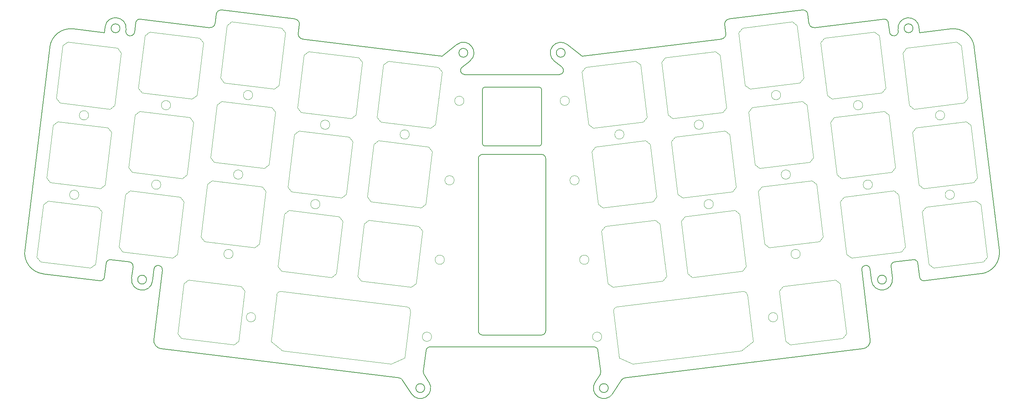
<source format=gm1>
G04 #@! TF.GenerationSoftware,KiCad,Pcbnew,7.0.10-7.0.10~ubuntu23.04.1*
G04 #@! TF.CreationDate,2024-02-06T18:49:26+00:00*
G04 #@! TF.ProjectId,le_capybara_plate,6c655f63-6170-4796-9261-72615f706c61,v0.1*
G04 #@! TF.SameCoordinates,PX8bd8a70PY50733a9*
G04 #@! TF.FileFunction,Profile,NP*
%FSLAX46Y46*%
G04 Gerber Fmt 4.6, Leading zero omitted, Abs format (unit mm)*
G04 Created by KiCad (PCBNEW 7.0.10-7.0.10~ubuntu23.04.1) date 2024-02-06 18:49:26*
%MOMM*%
%LPD*%
G01*
G04 APERTURE LIST*
G04 #@! TA.AperFunction,Profile*
%ADD10C,0.200000*%
G04 #@! TD*
G04 #@! TA.AperFunction,Profile*
%ADD11C,0.050000*%
G04 #@! TD*
G04 APERTURE END LIST*
D10*
X77682917Y-58995632D02*
X95052477Y-61128345D01*
X130002631Y-69966074D02*
X133525011Y-67208887D01*
X243493502Y-122541636D02*
G75*
G03*
X244607885Y-123412317I992598J121936D01*
G01*
X173443954Y-146544944D02*
X230025537Y-139597600D01*
X153139472Y-91358057D02*
X140139472Y-91358057D01*
X50197233Y-119273574D02*
X49795467Y-122545699D01*
X30863549Y-116191113D02*
G75*
G03*
X35216943Y-121763192I4962551J-609487D01*
G01*
X136609867Y-71143852D02*
G75*
G03*
X133525011Y-67208887I-1542467J1967452D01*
G01*
X166363422Y-147599714D02*
G75*
G03*
X170552210Y-150329837I2094378J-1365086D01*
G01*
X136117430Y-69176357D02*
G75*
G03*
X134017430Y-69176357I-1050000J0D01*
G01*
X134017430Y-69176357D02*
G75*
G03*
X136117430Y-69176357I1050000J0D01*
G01*
X51311653Y-118402862D02*
G75*
G03*
X50197234Y-119273574I-121953J-992438D01*
G01*
X61558128Y-120668517D02*
X61215624Y-123457990D01*
X122736741Y-150333918D02*
X120560880Y-146995520D01*
X55746721Y-65124164D02*
X55826748Y-65133990D01*
X258071990Y-121759108D02*
G75*
G03*
X262425377Y-116187055I-609190J4962608D01*
G01*
X96097289Y-62465643D02*
X95839839Y-64562398D01*
X230025536Y-139597589D02*
G75*
G03*
X231766889Y-137368768I-243736J1985089D01*
G01*
X127205790Y-139149902D02*
X166082638Y-139146364D01*
X243493469Y-122541640D02*
X243091703Y-119269515D01*
X54876034Y-64009747D02*
G75*
G03*
X55746721Y-65124163I992566J-121853D01*
G01*
X61522046Y-137372827D02*
X63543155Y-120912212D01*
X56595463Y-120059178D02*
G75*
G03*
X55724720Y-118944754I-992663J121778D01*
G01*
X56252893Y-122848643D02*
X56595397Y-120059170D01*
X217200710Y-62133147D02*
G75*
G03*
X218538067Y-63177949I1191290J146547D01*
G01*
X63263399Y-139601659D02*
X119844982Y-146549003D01*
X243356838Y-63035489D02*
G75*
G03*
X238368964Y-63647923I-2493938J-306211D01*
G01*
X232073312Y-123453931D02*
X231730808Y-120664458D01*
X74750870Y-63182004D02*
G75*
G03*
X76088171Y-62137199I146130J1191204D01*
G01*
X196404283Y-65895631D02*
G75*
G03*
X197449097Y-64558339I-146083J1190931D01*
G01*
X232073347Y-123453927D02*
G75*
G03*
X237036042Y-122844584I2481353J304627D01*
G01*
X140139472Y-77358057D02*
X153139472Y-77358057D01*
X95839848Y-64562399D02*
G75*
G03*
X96884652Y-65899695I1190852J-146401D01*
G01*
X134779321Y-72573626D02*
G75*
G03*
X135394999Y-74361699I615579J-788074D01*
G01*
X96097284Y-62465642D02*
G75*
G03*
X95052475Y-61128345I-1191184J146142D01*
G01*
X256488493Y-67835015D02*
X262425377Y-116187055D01*
X159271506Y-69172298D02*
G75*
G03*
X157171506Y-69172298I-1050000J0D01*
G01*
X157171506Y-69172298D02*
G75*
G03*
X159271506Y-69172298I1050000J0D01*
G01*
X154640692Y-94348132D02*
X154640691Y-135348130D01*
X135394999Y-74361699D02*
X157895290Y-74358473D01*
X243523049Y-64389422D02*
X250916415Y-63481631D01*
X153640692Y-136348133D02*
X139640692Y-136348133D01*
X136609849Y-71143829D02*
X134779303Y-72573604D01*
X54919971Y-63651982D02*
G75*
G03*
X49932129Y-63039552I-2493921J306212D01*
G01*
X218538067Y-63177950D02*
X234959918Y-61161600D01*
X56252895Y-122848643D02*
G75*
G03*
X61215624Y-123457990I2481365J-304667D01*
G01*
X161709203Y-68729846D02*
X163286305Y-69962015D01*
X42372521Y-63485690D02*
X49765887Y-64393481D01*
X58329012Y-61165708D02*
G75*
G03*
X57214603Y-62036336I-121912J-992492D01*
G01*
X127205790Y-139149882D02*
G75*
G03*
X126214751Y-140017014I110J-1000018D01*
G01*
X237564220Y-118940724D02*
G75*
G03*
X236693540Y-120055111I121780J-992476D01*
G01*
X159763925Y-67204825D02*
X161709203Y-68729846D01*
X42372519Y-63485705D02*
G75*
G03*
X36800443Y-67839074I-609219J-4962895D01*
G01*
X138640767Y-135348132D02*
G75*
G03*
X139640692Y-136348133I1000233J232D01*
G01*
X197449097Y-64558339D02*
X197191647Y-62461584D01*
X236693539Y-120055111D02*
X237036043Y-122844584D01*
X235604679Y-123149257D02*
G75*
G03*
X233504677Y-123149257I-1050001J0D01*
G01*
X233504677Y-123149257D02*
G75*
G03*
X235604679Y-123149257I1050001J0D01*
G01*
X58329018Y-61165659D02*
X74750869Y-63182009D01*
X153639543Y-77858057D02*
G75*
G03*
X153139472Y-77358057I-500043J-43D01*
G01*
X258071993Y-121759133D02*
X244607885Y-123412317D01*
X236074307Y-62032280D02*
G75*
G03*
X234959918Y-61161601I-992507J-121820D01*
G01*
X172728056Y-146991461D02*
X170552195Y-150329859D01*
X153639472Y-77858057D02*
X153639472Y-90858057D01*
X48681051Y-123416373D02*
G75*
G03*
X49795467Y-122545699I121849J992573D01*
G01*
X55826750Y-65133972D02*
G75*
G03*
X56941164Y-64263313I121850J992572D01*
G01*
X167073850Y-140013399D02*
X167747194Y-145032513D01*
X236347789Y-64259252D02*
G75*
G03*
X237462188Y-65129931I992611J121952D01*
G01*
X139640692Y-93348132D02*
X153640692Y-93348132D01*
X167073852Y-140013399D02*
G75*
G03*
X166082638Y-139146364I-991152J-133001D01*
G01*
X198236459Y-61124286D02*
X215606019Y-58991573D01*
X125881141Y-148968822D02*
G75*
G03*
X123781139Y-148968822I-1050001J0D01*
G01*
X123781139Y-148968822D02*
G75*
G03*
X125881141Y-148968822I1050001J0D01*
G01*
X241912885Y-63341708D02*
G75*
G03*
X239812885Y-63341708I-1050000J0D01*
G01*
X239812885Y-63341708D02*
G75*
G03*
X241912885Y-63341708I1050000J0D01*
G01*
X238368963Y-63647923D02*
X238412891Y-64005689D01*
X236074334Y-62032277D02*
X236347772Y-64259254D01*
X139640692Y-93348092D02*
G75*
G03*
X138640692Y-94348132I8J-1000008D01*
G01*
X256488543Y-67835009D02*
G75*
G03*
X250916415Y-63481632I-4962843J-609491D01*
G01*
X122736732Y-150333891D02*
G75*
G03*
X126925554Y-147603747I2094438J1365031D01*
G01*
X96884652Y-65899696D02*
X130002631Y-69966074D01*
X163286305Y-69962015D02*
X196404284Y-65895637D01*
X153139472Y-91358072D02*
G75*
G03*
X153639472Y-90858057I28J499972D01*
G01*
X243091677Y-119269518D02*
G75*
G03*
X241977287Y-118398839I-992477J-121782D01*
G01*
X154640668Y-94348132D02*
G75*
G03*
X153640692Y-93348132I-999968J32D01*
G01*
X166363381Y-147599689D02*
X167593882Y-145711350D01*
X159763919Y-67204835D02*
G75*
G03*
X156679087Y-71139770I-1542419J-1967465D01*
G01*
X139639472Y-90858057D02*
X139639472Y-77858057D01*
X157895290Y-74358488D02*
G75*
G03*
X158510700Y-72570378I-90J999988D01*
G01*
X169507797Y-148964763D02*
G75*
G03*
X167407795Y-148964763I-1050001J0D01*
G01*
X167407795Y-148964763D02*
G75*
G03*
X169507797Y-148964763I1050001J0D01*
G01*
X48681051Y-123416376D02*
X35216943Y-121763192D01*
X237564216Y-118940695D02*
X241977287Y-118398838D01*
X51311649Y-118402897D02*
X55724720Y-118944754D01*
X125541773Y-145036576D02*
G75*
G03*
X125695054Y-145715409I991127J-132924D01*
G01*
X125695054Y-145715409D02*
X126925555Y-147603748D01*
X54876045Y-64009748D02*
X54919973Y-63651982D01*
X173443957Y-146544965D02*
G75*
G03*
X172728057Y-146991461I121843J-992535D01*
G01*
X216943315Y-60036384D02*
X217200764Y-62133140D01*
X231730816Y-120664421D02*
G75*
G03*
X229745781Y-120908153I-992516J-121879D01*
G01*
X243522605Y-64385805D02*
X243356807Y-63035493D01*
X167593876Y-145711346D02*
G75*
G03*
X167747194Y-145032513I-837776J545946D01*
G01*
X61522050Y-137372828D02*
G75*
G03*
X63263399Y-139601659I1985050J-243772D01*
G01*
X138640692Y-135348132D02*
X138640692Y-94348132D01*
X198236459Y-61124267D02*
G75*
G03*
X197191648Y-62461584I146341J-1191133D01*
G01*
X237462188Y-65129931D02*
X237542215Y-65120105D01*
X76088172Y-62137199D02*
X76345621Y-60040443D01*
X59784259Y-123153316D02*
G75*
G03*
X57684257Y-123153316I-1050001J0D01*
G01*
X57684257Y-123153316D02*
G75*
G03*
X59784259Y-123153316I1050001J0D01*
G01*
X125541742Y-145036572D02*
X126214750Y-140017014D01*
X56941164Y-64263313D02*
X57214602Y-62036336D01*
X120560891Y-146995513D02*
G75*
G03*
X119844982Y-146549003I-837791J-546087D01*
G01*
X158510700Y-72570378D02*
X156679087Y-71139770D01*
X139639543Y-90858057D02*
G75*
G03*
X140139472Y-91358057I499957J-43D01*
G01*
X53476051Y-63345767D02*
G75*
G03*
X51376051Y-63345767I-1050000J0D01*
G01*
X51376051Y-63345767D02*
G75*
G03*
X53476051Y-63345767I1050000J0D01*
G01*
X153640692Y-136348191D02*
G75*
G03*
X154640691Y-135348130I-92J1000091D01*
G01*
X140139472Y-77358072D02*
G75*
G03*
X139639472Y-77858057I28J-500028D01*
G01*
X30863559Y-116191114D02*
X36800443Y-67839074D01*
X49932129Y-63039552D02*
X49766331Y-64389864D01*
X216943396Y-60036375D02*
G75*
G03*
X215606019Y-58991574I-1191196J-146425D01*
G01*
X237542212Y-65120078D02*
G75*
G03*
X238412891Y-64005689I-121912J992578D01*
G01*
X229745781Y-120908153D02*
X231766890Y-137368768D01*
X63543082Y-120912203D02*
G75*
G03*
X61558132Y-120668481I-992482J121803D01*
G01*
X77682925Y-58995569D02*
G75*
G03*
X76345622Y-60040444I-146025J-1191331D01*
G01*
D11*
X199603329Y-106673651D02*
X187692775Y-108136083D01*
X199603329Y-106673651D02*
X200717744Y-107544328D01*
X186822098Y-109250499D02*
X187692775Y-108136083D01*
X186822098Y-109250499D02*
X188357652Y-121756580D01*
X202253298Y-120050409D02*
X200717744Y-107544328D01*
X188357652Y-121756580D02*
X189472067Y-122627257D01*
X201382621Y-121164825D02*
X202253298Y-120050409D01*
X189472067Y-122627257D02*
X201382621Y-121164825D01*
X167960803Y-136750673D02*
G75*
G03*
X165760803Y-136750673I-1100000J0D01*
G01*
X165760803Y-136750673D02*
G75*
G03*
X167960803Y-136750673I1100000J0D01*
G01*
X217930931Y-99625039D02*
X206020377Y-101087471D01*
X217930931Y-99625039D02*
X219045346Y-100495716D01*
X205149700Y-102201887D02*
X206020377Y-101087471D01*
X205149700Y-102201887D02*
X206685254Y-114707968D01*
X220580900Y-113001797D02*
X219045346Y-100495716D01*
X206685254Y-114707968D02*
X207799669Y-115578645D01*
X219710223Y-114116213D02*
X220580900Y-113001797D01*
X207799669Y-115578645D02*
X219710223Y-114116213D01*
X115447549Y-85670428D02*
X127358103Y-87132860D01*
X115447549Y-85670428D02*
X114576872Y-84556012D01*
X128472518Y-86262183D02*
X127358103Y-87132860D01*
X128472518Y-86262183D02*
X130008072Y-73756102D01*
X116112426Y-72049931D02*
X114576872Y-84556012D01*
X130008072Y-73756102D02*
X129137395Y-72641686D01*
X117226841Y-71179254D02*
X116112426Y-72049931D01*
X129137395Y-72641686D02*
X117226841Y-71179254D01*
X113125938Y-104578432D02*
X125036492Y-106040864D01*
X113125938Y-104578432D02*
X112255261Y-103464016D01*
X126150907Y-105170187D02*
X125036492Y-106040864D01*
X126150907Y-105170187D02*
X127686461Y-92664106D01*
X113790815Y-90957935D02*
X112255261Y-103464016D01*
X127686461Y-92664106D02*
X126815784Y-91549690D01*
X114905230Y-90087258D02*
X113790815Y-90957935D01*
X126815784Y-91549690D02*
X114905230Y-90087258D01*
X81668672Y-137792389D02*
X83131104Y-125881835D01*
X81668672Y-137792389D02*
X80554256Y-138663066D01*
X82260427Y-124767420D02*
X83131104Y-125881835D01*
X82260427Y-124767420D02*
X69754346Y-123231866D01*
X68048175Y-137127512D02*
X80554256Y-138663066D01*
X69754346Y-123231866D02*
X68639930Y-124102543D01*
X67177498Y-136013097D02*
X68048175Y-137127512D01*
X68639930Y-124102543D02*
X67177498Y-136013097D01*
X237419338Y-102030429D02*
X225508784Y-103492861D01*
X237419338Y-102030429D02*
X238533753Y-102901106D01*
X224638107Y-104607277D02*
X225508784Y-103492861D01*
X224638107Y-104607277D02*
X226173661Y-117113358D01*
X240069307Y-115407187D02*
X238533753Y-102901106D01*
X226173661Y-117113358D02*
X227288076Y-117984035D01*
X239198630Y-116521603D02*
X240069307Y-115407187D01*
X227288076Y-117984035D02*
X239198630Y-116521603D01*
X160268967Y-80607062D02*
G75*
G03*
X158068967Y-80607062I-1100000J0D01*
G01*
X158068967Y-80607062D02*
G75*
G03*
X160268967Y-80607062I1100000J0D01*
G01*
X235097727Y-83122425D02*
X223187173Y-84584857D01*
X235097727Y-83122425D02*
X236212142Y-83993102D01*
X222316496Y-85699273D02*
X223187173Y-84584857D01*
X222316496Y-85699273D02*
X223852050Y-98205354D01*
X237747696Y-96499183D02*
X236212142Y-83993102D01*
X223852050Y-98205354D02*
X224966465Y-99076031D01*
X236877019Y-97613599D02*
X237747696Y-96499183D01*
X224966465Y-99076031D02*
X236877019Y-97613599D01*
X127518141Y-136750673D02*
G75*
G03*
X125318141Y-136750673I-1100000J0D01*
G01*
X125318141Y-136750673D02*
G75*
G03*
X127518141Y-136750673I1100000J0D01*
G01*
X82674451Y-98147837D02*
G75*
G03*
X80474451Y-98147837I-1100000J0D01*
G01*
X80474451Y-98147837D02*
G75*
G03*
X82674451Y-98147837I1100000J0D01*
G01*
X232286730Y-100554051D02*
G75*
G03*
X230086730Y-100554051I-1100000J0D01*
G01*
X230086730Y-100554051D02*
G75*
G03*
X232286730Y-100554051I1100000J0D01*
G01*
X130566755Y-118423073D02*
G75*
G03*
X128366755Y-118423073I-1100000J0D01*
G01*
X128366755Y-118423073D02*
G75*
G03*
X130566755Y-118423073I1100000J0D01*
G01*
X54080315Y-116521603D02*
X65990869Y-117984035D01*
X54080315Y-116521603D02*
X53209638Y-115407187D01*
X67105284Y-117113358D02*
X65990869Y-117984035D01*
X67105284Y-117113358D02*
X68640838Y-104607277D01*
X54745192Y-102901106D02*
X53209638Y-115407187D01*
X68640838Y-104607277D02*
X67770161Y-103492861D01*
X55859607Y-102030429D02*
X54745192Y-102901106D01*
X67770161Y-103492861D02*
X55859607Y-102030429D01*
X180695325Y-108995262D02*
X168784771Y-110457694D01*
X180695325Y-108995262D02*
X181809740Y-109865939D01*
X167914094Y-111572110D02*
X168784771Y-110457694D01*
X167914094Y-111572110D02*
X169449648Y-124078191D01*
X183345294Y-122372020D02*
X181809740Y-109865939D01*
X169449648Y-124078191D02*
X170564063Y-124948868D01*
X182474617Y-123486436D02*
X183345294Y-122372020D01*
X170564063Y-124948868D02*
X182474617Y-123486436D01*
X96539545Y-83348817D02*
X108450099Y-84811249D01*
X96539545Y-83348817D02*
X95668868Y-82234401D01*
X109564514Y-83940572D02*
X108450099Y-84811249D01*
X109564514Y-83940572D02*
X111100068Y-71434491D01*
X97204422Y-69728320D02*
X95668868Y-82234401D01*
X111100068Y-71434491D02*
X110229391Y-70320075D01*
X98318837Y-68857643D02*
X97204422Y-69728320D01*
X110229391Y-70320075D02*
X98318837Y-68857643D01*
X43703801Y-102959440D02*
G75*
G03*
X41503801Y-102959440I-1100000J0D01*
G01*
X41503801Y-102959440D02*
G75*
G03*
X43703801Y-102959440I1100000J0D01*
G01*
X249453525Y-84051435D02*
G75*
G03*
X247253525Y-84051435I-1100000J0D01*
G01*
X247253525Y-84051435D02*
G75*
G03*
X249453525Y-84051435I1100000J0D01*
G01*
X110804327Y-123486436D02*
X122714881Y-124948868D01*
X110804327Y-123486436D02*
X109933650Y-122372020D01*
X123829296Y-124078191D02*
X122714881Y-124948868D01*
X123829296Y-124078191D02*
X125364850Y-111572110D01*
X111469204Y-109865939D02*
X109933650Y-122372020D01*
X125364850Y-111572110D02*
X124494173Y-110457694D01*
X112583619Y-108995262D02*
X111469204Y-109865939D01*
X124494173Y-110457694D02*
X112583619Y-108995262D01*
X210476715Y-79240650D02*
G75*
G03*
X208276715Y-79240650I-1100000J0D01*
G01*
X208276715Y-79240650D02*
G75*
G03*
X210476715Y-79240650I1100000J0D01*
G01*
X89362225Y-137905781D02*
X90721068Y-126838891D01*
X89362225Y-137905781D02*
X92120498Y-140057972D01*
X91835483Y-125968214D02*
X121611868Y-129624295D01*
X117926698Y-143226575D02*
X92120498Y-140057972D01*
X122482545Y-130738710D02*
X121123702Y-141805600D01*
X121123702Y-141805600D02*
X117926698Y-143226575D01*
X91835483Y-125968215D02*
G75*
G03*
X90721069Y-126838891I-121870J-992544D01*
G01*
X122482544Y-130738710D02*
G75*
G03*
X121611868Y-129624296I-992545J121869D01*
G01*
X36913519Y-100018989D02*
X48824073Y-101481421D01*
X36913519Y-100018989D02*
X36042842Y-98904573D01*
X49938488Y-100610744D02*
X48824073Y-101481421D01*
X49938488Y-100610744D02*
X51474042Y-88104663D01*
X37578396Y-86398492D02*
X36042842Y-98904573D01*
X51474042Y-88104663D02*
X50603365Y-86990247D01*
X38692811Y-85527815D02*
X37578396Y-86398492D01*
X50603365Y-86990247D02*
X38692811Y-85527815D01*
X164912189Y-118423073D02*
G75*
G03*
X162712189Y-118423073I-1100000J0D01*
G01*
X162712189Y-118423073D02*
G75*
G03*
X164912189Y-118423073I1100000J0D01*
G01*
X232776116Y-64214421D02*
X220865562Y-65676853D01*
X232776116Y-64214421D02*
X233890531Y-65085098D01*
X219994885Y-66791269D02*
X220865562Y-65676853D01*
X219994885Y-66791269D02*
X221530439Y-79297350D01*
X235426085Y-77591179D02*
X233890531Y-65085098D01*
X221530439Y-79297350D02*
X222644854Y-80168027D01*
X234555408Y-78705595D02*
X235426085Y-77591179D01*
X222644854Y-80168027D02*
X234555408Y-78705595D01*
X252264523Y-66619811D02*
X240353969Y-68082243D01*
X252264523Y-66619811D02*
X253378938Y-67490488D01*
X239483292Y-69196659D02*
X240353969Y-68082243D01*
X239483292Y-69196659D02*
X241018846Y-81702740D01*
X254914492Y-79996569D02*
X253378938Y-67490488D01*
X241018846Y-81702740D02*
X242133261Y-82573417D01*
X254043815Y-81110985D02*
X254914492Y-79996569D01*
X242133261Y-82573417D02*
X254043815Y-81110985D01*
X56401926Y-97613599D02*
X68312480Y-99076031D01*
X56401926Y-97613599D02*
X55531249Y-96499183D01*
X69426895Y-98205354D02*
X68312480Y-99076031D01*
X69426895Y-98205354D02*
X70962449Y-85699273D01*
X57066803Y-83993102D02*
X55531249Y-96499183D01*
X70962449Y-85699273D02*
X70091772Y-84584857D01*
X58181218Y-83122425D02*
X57066803Y-83993102D01*
X70091772Y-84584857D02*
X58181218Y-83122425D01*
X39235130Y-81110985D02*
X51145684Y-82573417D01*
X39235130Y-81110985D02*
X38364453Y-79996569D01*
X52260099Y-81702740D02*
X51145684Y-82573417D01*
X52260099Y-81702740D02*
X53795653Y-69196659D01*
X39900007Y-67490488D02*
X38364453Y-79996569D01*
X53795653Y-69196659D02*
X52924976Y-68082243D01*
X41014422Y-66619811D02*
X39900007Y-67490488D01*
X52924976Y-68082243D02*
X41014422Y-66619811D01*
X210155377Y-125877800D02*
X211617809Y-137788354D01*
X210155377Y-125877800D02*
X211026054Y-124763385D01*
X212732225Y-138659031D02*
X211617809Y-137788354D01*
X212732225Y-138659031D02*
X225238306Y-137123477D01*
X223532135Y-123227831D02*
X211026054Y-124763385D01*
X225238306Y-137123477D02*
X226108983Y-136009062D01*
X224646551Y-124098508D02*
X223532135Y-123227831D01*
X226108983Y-136009062D02*
X224646551Y-124098508D01*
X192149112Y-86289267D02*
G75*
G03*
X189949112Y-86289267I-1100000J0D01*
G01*
X189949112Y-86289267D02*
G75*
G03*
X192149112Y-86289267I1100000J0D01*
G01*
X65513824Y-81646043D02*
G75*
G03*
X63313824Y-81646043I-1100000J0D01*
G01*
X63313824Y-81646043D02*
G75*
G03*
X65513824Y-81646043I1100000J0D01*
G01*
X172155242Y-141805600D02*
X170796399Y-130738710D01*
X172155242Y-141805600D02*
X175352246Y-143226575D01*
X171667076Y-129624295D02*
X201443461Y-125968214D01*
X201158446Y-140057972D02*
X175352246Y-143226575D01*
X202557876Y-126838891D02*
X203916719Y-137905781D01*
X203916719Y-137905781D02*
X201158446Y-140057972D01*
X171667076Y-129624296D02*
G75*
G03*
X170796400Y-130738710I121868J-992544D01*
G01*
X202557876Y-126838891D02*
G75*
G03*
X201443461Y-125968215I-992546J-121870D01*
G01*
X58723537Y-78705595D02*
X70634091Y-80168027D01*
X58723537Y-78705595D02*
X57852860Y-77591179D01*
X71748506Y-79297350D02*
X70634091Y-80168027D01*
X71748506Y-79297350D02*
X73284060Y-66791269D01*
X59388414Y-65085098D02*
X57852860Y-77591179D01*
X73284060Y-66791269D02*
X72413383Y-65676853D01*
X60502829Y-64214421D02*
X59388414Y-65085098D01*
X72413383Y-65676853D02*
X60502829Y-64214421D01*
X75890333Y-95208209D02*
X87800887Y-96670641D01*
X75890333Y-95208209D02*
X75019656Y-94093793D01*
X88915302Y-95799964D02*
X87800887Y-96670641D01*
X88915302Y-95799964D02*
X90450856Y-83293883D01*
X76555210Y-81587712D02*
X75019656Y-94093793D01*
X90450856Y-83293883D02*
X89580179Y-82179467D01*
X77669625Y-80717035D02*
X76555210Y-81587712D01*
X89580179Y-82179467D02*
X77669625Y-80717035D01*
X101002051Y-105196455D02*
G75*
G03*
X98802051Y-105196455I-1100000J0D01*
G01*
X98802051Y-105196455D02*
G75*
G03*
X101002051Y-105196455I1100000J0D01*
G01*
X251775141Y-102959438D02*
G75*
G03*
X249575141Y-102959438I-1100000J0D01*
G01*
X249575141Y-102959438D02*
G75*
G03*
X251775141Y-102959438I1100000J0D01*
G01*
X256909113Y-104432605D02*
X244998559Y-105895037D01*
X256909113Y-104432605D02*
X258023528Y-105303282D01*
X244127882Y-107009453D02*
X244998559Y-105895037D01*
X244127882Y-107009453D02*
X245663436Y-119515534D01*
X259559082Y-117809363D02*
X258023528Y-105303282D01*
X245663436Y-119515534D02*
X246777851Y-120386211D01*
X258688405Y-118923779D02*
X259559082Y-117809363D01*
X246777851Y-120386211D02*
X258688405Y-118923779D01*
X162590576Y-99515068D02*
G75*
G03*
X160390576Y-99515068I-1100000J0D01*
G01*
X160390576Y-99515068D02*
G75*
G03*
X162590576Y-99515068I1100000J0D01*
G01*
X85002227Y-79240652D02*
G75*
G03*
X82802227Y-79240652I-1100000J0D01*
G01*
X82802227Y-79240652D02*
G75*
G03*
X85002227Y-79240652I1100000J0D01*
G01*
X135209977Y-80607062D02*
G75*
G03*
X133009977Y-80607062I-1100000J0D01*
G01*
X133009977Y-80607062D02*
G75*
G03*
X135209977Y-80607062I1100000J0D01*
G01*
X80352841Y-117055846D02*
G75*
G03*
X78152841Y-117055846I-1100000J0D01*
G01*
X78152841Y-117055846D02*
G75*
G03*
X80352841Y-117055846I1100000J0D01*
G01*
X85702132Y-132107454D02*
G75*
G03*
X83502132Y-132107454I-1100000J0D01*
G01*
X83502132Y-132107454D02*
G75*
G03*
X85702132Y-132107454I1100000J0D01*
G01*
X173247274Y-88610059D02*
G75*
G03*
X171047274Y-88610059I-1100000J0D01*
G01*
X171047274Y-88610059D02*
G75*
G03*
X173247274Y-88610059I1100000J0D01*
G01*
X103329832Y-86289267D02*
G75*
G03*
X101129832Y-86289267I-1100000J0D01*
G01*
X101129832Y-86289267D02*
G75*
G03*
X103329832Y-86289267I1100000J0D01*
G01*
X34598076Y-118927813D02*
X46508630Y-120390245D01*
X34598076Y-118927813D02*
X33727399Y-117813397D01*
X47623045Y-119519568D02*
X46508630Y-120390245D01*
X47623045Y-119519568D02*
X49158599Y-107013487D01*
X35262953Y-105307316D02*
X33727399Y-117813397D01*
X49158599Y-107013487D02*
X48287922Y-105899071D01*
X36377368Y-104436639D02*
X35262953Y-105307316D01*
X48287922Y-105899071D02*
X36377368Y-104436639D01*
X215126101Y-117055844D02*
G75*
G03*
X212926101Y-117055844I-1100000J0D01*
G01*
X212926101Y-117055844D02*
G75*
G03*
X215126101Y-117055844I1100000J0D01*
G01*
X229965120Y-81646043D02*
G75*
G03*
X227765120Y-81646043I-1100000J0D01*
G01*
X227765120Y-81646043D02*
G75*
G03*
X229965120Y-81646043I1100000J0D01*
G01*
X91896323Y-121164825D02*
X103806877Y-122627257D01*
X91896323Y-121164825D02*
X91025646Y-120050409D01*
X104921292Y-121756580D02*
X103806877Y-122627257D01*
X104921292Y-121756580D02*
X106456846Y-109250499D01*
X92561200Y-107544328D02*
X91025646Y-120050409D01*
X106456846Y-109250499D02*
X105586169Y-108136083D01*
X93675615Y-106673651D02*
X92561200Y-107544328D01*
X105586169Y-108136083D02*
X93675615Y-106673651D01*
X209776810Y-132107452D02*
G75*
G03*
X207576810Y-132107452I-1100000J0D01*
G01*
X207576810Y-132107452D02*
G75*
G03*
X209776810Y-132107452I1100000J0D01*
G01*
X132888368Y-99515068D02*
G75*
G03*
X130688368Y-99515068I-1100000J0D01*
G01*
X130688368Y-99515068D02*
G75*
G03*
X132888368Y-99515068I1100000J0D01*
G01*
X73568722Y-114116213D02*
X85479276Y-115578645D01*
X73568722Y-114116213D02*
X72698045Y-113001797D01*
X86593691Y-114707968D02*
X85479276Y-115578645D01*
X86593691Y-114707968D02*
X88129245Y-102201887D01*
X74233599Y-100495716D02*
X72698045Y-113001797D01*
X88129245Y-102201887D02*
X87258568Y-101087471D01*
X75348014Y-99625039D02*
X74233599Y-100495716D01*
X87258568Y-101087471D02*
X75348014Y-99625039D01*
X254586134Y-85527815D02*
X242675580Y-86990247D01*
X254586134Y-85527815D02*
X255700549Y-86398492D01*
X241804903Y-88104663D02*
X242675580Y-86990247D01*
X241804903Y-88104663D02*
X243340457Y-100610744D01*
X257236103Y-98904573D02*
X255700549Y-86398492D01*
X243340457Y-100610744D02*
X244454872Y-101481421D01*
X256365426Y-100018989D02*
X257236103Y-98904573D01*
X244454872Y-101481421D02*
X256365426Y-100018989D01*
X176052103Y-71179254D02*
X164141549Y-72641686D01*
X176052103Y-71179254D02*
X177166518Y-72049931D01*
X163270872Y-73756102D02*
X164141549Y-72641686D01*
X163270872Y-73756102D02*
X164806426Y-86262183D01*
X178702072Y-84556012D02*
X177166518Y-72049931D01*
X164806426Y-86262183D02*
X165920841Y-87132860D01*
X177831395Y-85670428D02*
X178702072Y-84556012D01*
X165920841Y-87132860D02*
X177831395Y-85670428D01*
X197281718Y-87765647D02*
X185371164Y-89228079D01*
X197281718Y-87765647D02*
X198396133Y-88636324D01*
X184500487Y-90342495D02*
X185371164Y-89228079D01*
X184500487Y-90342495D02*
X186036041Y-102848576D01*
X199931687Y-101142405D02*
X198396133Y-88636324D01*
X186036041Y-102848576D02*
X187150456Y-103719253D01*
X199061010Y-102256821D02*
X199931687Y-101142405D01*
X187150456Y-103719253D02*
X199061010Y-102256821D01*
X178373714Y-90087258D02*
X166463160Y-91549690D01*
X178373714Y-90087258D02*
X179488129Y-90957935D01*
X165592483Y-92664106D02*
X166463160Y-91549690D01*
X165592483Y-92664106D02*
X167128037Y-105170187D01*
X181023683Y-103464016D02*
X179488129Y-90957935D01*
X167128037Y-105170187D02*
X168242452Y-106040864D01*
X180153006Y-104578432D02*
X181023683Y-103464016D01*
X168242452Y-106040864D02*
X180153006Y-104578432D01*
X194476891Y-105196453D02*
G75*
G03*
X192276891Y-105196453I-1100000J0D01*
G01*
X192276891Y-105196453D02*
G75*
G03*
X194476891Y-105196453I1100000J0D01*
G01*
X46025417Y-84051437D02*
G75*
G03*
X43825417Y-84051437I-1100000J0D01*
G01*
X43825417Y-84051437D02*
G75*
G03*
X46025417Y-84051437I1100000J0D01*
G01*
X213287709Y-61809031D02*
X201377155Y-63271463D01*
X213287709Y-61809031D02*
X214402124Y-62679708D01*
X200506478Y-64385879D02*
X201377155Y-63271463D01*
X200506478Y-64385879D02*
X202042032Y-76891960D01*
X215937678Y-75185789D02*
X214402124Y-62679708D01*
X202042032Y-76891960D02*
X203156447Y-77762637D01*
X215067001Y-76300205D02*
X215937678Y-75185789D01*
X203156447Y-77762637D02*
X215067001Y-76300205D01*
X212804491Y-98147835D02*
G75*
G03*
X210604491Y-98147835I-1100000J0D01*
G01*
X210604491Y-98147835D02*
G75*
G03*
X212804491Y-98147835I1100000J0D01*
G01*
X194960107Y-68857643D02*
X183049553Y-70320075D01*
X194960107Y-68857643D02*
X196074522Y-69728320D01*
X182178876Y-71434491D02*
X183049553Y-70320075D01*
X182178876Y-71434491D02*
X183714430Y-83940572D01*
X197610076Y-82234401D02*
X196074522Y-69728320D01*
X183714430Y-83940572D02*
X184828845Y-84811249D01*
X196739399Y-83348817D02*
X197610076Y-82234401D01*
X184828845Y-84811249D02*
X196739399Y-83348817D01*
X122231668Y-88610061D02*
G75*
G03*
X120031668Y-88610061I-1100000J0D01*
G01*
X120031668Y-88610061D02*
G75*
G03*
X122231668Y-88610061I1100000J0D01*
G01*
X63192212Y-100554053D02*
G75*
G03*
X60992212Y-100554053I-1100000J0D01*
G01*
X60992212Y-100554053D02*
G75*
G03*
X63192212Y-100554053I1100000J0D01*
G01*
X78211944Y-76300205D02*
X90122498Y-77762637D01*
X78211944Y-76300205D02*
X77341267Y-75185789D01*
X91236913Y-76891960D02*
X90122498Y-77762637D01*
X91236913Y-76891960D02*
X92772467Y-64385879D01*
X78876821Y-62679708D02*
X77341267Y-75185789D01*
X92772467Y-64385879D02*
X91901790Y-63271463D01*
X79991236Y-61809031D02*
X78876821Y-62679708D01*
X91901790Y-63271463D02*
X79991236Y-61809031D01*
X94217934Y-102256821D02*
X106128488Y-103719253D01*
X94217934Y-102256821D02*
X93347257Y-101142405D01*
X107242903Y-102848576D02*
X106128488Y-103719253D01*
X107242903Y-102848576D02*
X108778457Y-90342495D01*
X94882811Y-88636324D02*
X93347257Y-101142405D01*
X108778457Y-90342495D02*
X107907780Y-89228079D01*
X95997226Y-87765647D02*
X94882811Y-88636324D01*
X107907780Y-89228079D02*
X95997226Y-87765647D01*
X215609320Y-80717035D02*
X203698766Y-82179467D01*
X215609320Y-80717035D02*
X216723735Y-81587712D01*
X202828089Y-83293883D02*
X203698766Y-82179467D01*
X202828089Y-83293883D02*
X204363643Y-95799964D01*
X218259289Y-94093793D02*
X216723735Y-81587712D01*
X204363643Y-95799964D02*
X205478058Y-96670641D01*
X217388612Y-95208209D02*
X218259289Y-94093793D01*
X205478058Y-96670641D02*
X217388612Y-95208209D01*
M02*

</source>
